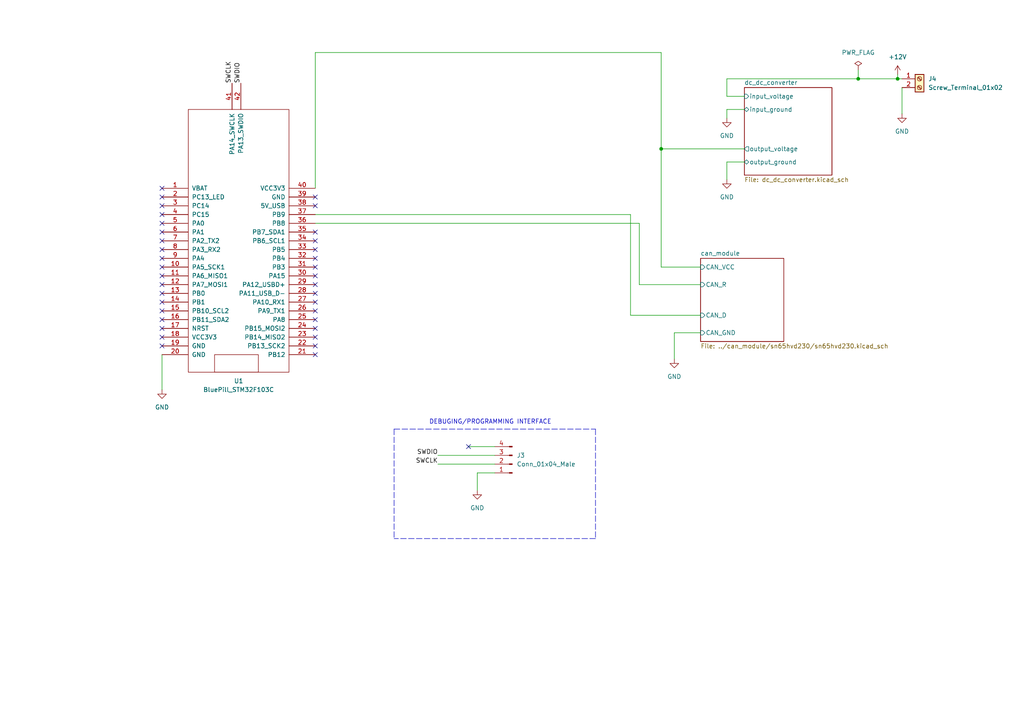
<source format=kicad_sch>
(kicad_sch (version 20211123) (generator eeschema)
  (paper "A4")
  (title_block (title "PDA_sensor_module") (date "2023-11-16") (rev "0.0.1") (company "None") (comment 1 "First revision of data logging sensor module"))
  (lib_symbols
    (symbol "Connector:Conn_01x04_Male" (pin_names (offset 1.016) hide)
      (property "Reference" "J" (at 0 5.08 0))
      (property "Value" "Conn_01x04_Male" (at 0 -7.62 0))
      (symbol "Conn_01x04_Male_1_1"
        (polyline (pts (xy 1.27 -5.08) (xy 0.8636 -5.08)) (stroke (width 0.1524)))
        (polyline (pts (xy 1.27 -2.54) (xy 0.8636 -2.54)) (stroke (width 0.1524)))
        (polyline (pts (xy 1.27 0) (xy 0.8636 0)) (stroke (width 0.1524)))
        (polyline (pts (xy 1.27 2.54) (xy 0.8636 2.54)) (stroke (width 0.1524)))
        (rectangle (start 0.8636 -4.953) (end 0 -5.207) (stroke (width 0.1524)) (fill (type outline)))
        (rectangle (start 0.8636 -2.413) (end 0 -2.667) (stroke (width 0.1524)) (fill (type outline)))
        (rectangle (start 0.8636 0.127) (end 0 -0.127) (stroke (width 0.1524)) (fill (type outline)))
        (rectangle (start 0.8636 2.667) (end 0 2.413) (stroke (width 0.1524)) (fill (type outline)))
        (pin passive line (at 5.08 2.54 180) (length 3.81) (name "Pin_1") (number "1"))
        (pin passive line (at 5.08 0 180) (length 3.81) (name "Pin_2") (number "2"))
        (pin passive line (at 5.08 -2.54 180) (length 3.81) (name "Pin_3") (number "3"))
        (pin passive line (at 5.08 -5.08 180) (length 3.81) (name "Pin_4") (number "4"))
      )
    )
    (symbol "Connector:Screw_Terminal_01x02" (pin_names (offset 1.016) hide)
      (property "Reference" "J" (at 0 2.54 0))
      (property "Value" "Screw_Terminal_01x02" (at 0 -5.08 0))
      (symbol "Screw_Terminal_01x02_1_1"
        (rectangle (start -1.27 1.27) (end 1.27 -3.81) (stroke (width 0.254)) (fill (type background)))
        (circle (center 0 -2.54) (radius 0.635) (stroke (width 0.1524)))
        (polyline (pts (xy -0.5334 -2.2098) (xy 0.3302 -3.048)) (stroke (width 0.1524)))
        (polyline (pts (xy -0.5334 0.3302) (xy 0.3302 -0.508)) (stroke (width 0.1524)))
        (polyline (pts (xy -0.3556 -2.032) (xy 0.508 -2.8702)) (stroke (width 0.1524)))
        (polyline (pts (xy -0.3556 0.508) (xy 0.508 -0.3302)) (stroke (width 0.1524)))
        (circle (center 0 0) (radius 0.635) (stroke (width 0.1524)))
        (pin passive line (at -5.08 0 0) (length 3.81) (name "Pin_1") (number "1"))
        (pin passive line (at -5.08 -2.54 0) (length 3.81) (name "Pin_2") (number "2"))
      )
    )
    (symbol "bluepill_breakouts:BluePill_STM32F103C" (pin_names (offset 1.016))
      (property "Reference" "U" (at -11.43 -34.29 0))
      (property "Value" "BluePill_STM32F103C" (at 1.27 21.59 0))
      (symbol "BluePill_STM32F103C_0_1"
        (rectangle (start -6.35 -35.56) (end 6.35 -30.48))
      )
      (symbol "BluePill_STM32F103C_1_0"
        (rectangle (start -13.97 -35.56) (end 15.24 40.64))
      )
      (symbol "BluePill_STM32F103C_1_1"
        (pin power_in line (at -21.59 17.78 0) (length 7.62) (name "VBAT") (number "1"))
        (pin bidirectional line (at -21.59 -5.08 0) (length 7.62) (name "PA5_SCK1") (number "10"))
        (pin bidirectional line (at -21.59 -7.62 0) (length 7.62) (name "PA6_MISO1") (number "11"))
        (pin bidirectional line (at -21.59 -10.16 0) (length 7.62) (name "PA7_MOSI1") (number "12"))
        (pin bidirectional line (at -21.59 -12.7 0) (length 7.62) (name "PB0") (number "13"))
        (pin bidirectional line (at -21.59 -15.24 0) (length 7.62) (name "PB1") (number "14"))
        (pin bidirectional line (at -21.59 -17.78 0) (length 7.62) (name "PB10_SCL2") (number "15"))
        (pin bidirectional line (at -21.59 -20.32 0) (length 7.62) (name "PB11_SDA2") (number "16"))
        (pin input line (at -21.59 -22.86 0) (length 7.62) (name "NRST") (number "17"))
        (pin bidirectional line (at -21.59 -25.4 0) (length 7.62) (name "VCC3V3") (number "18"))
        (pin power_in line (at -21.59 -27.94 0) (length 7.62) (name "GND") (number "19"))
        (pin bidirectional line (at -21.59 15.24 0) (length 7.62) (name "PC13_LED") (number "2"))
        (pin power_in line (at -21.59 -30.48 0) (length 7.62) (name "GND") (number "20"))
        (pin bidirectional line (at 22.86 -30.48 180) (length 7.62) (name "PB12") (number "21"))
        (pin bidirectional line (at 22.86 -27.94 180) (length 7.62) (name "PB13_SCK2") (number "22"))
        (pin bidirectional line (at 22.86 -25.4 180) (length 7.62) (name "PB14_MISO2") (number "23"))
        (pin bidirectional line (at 22.86 -22.86 180) (length 7.62) (name "PB15_MOSI2") (number "24"))
        (pin bidirectional line (at 22.86 -20.32 180) (length 7.62) (name "PA8") (number "25"))
        (pin bidirectional line (at 22.86 -17.78 180) (length 7.62) (name "PA9_TX1") (number "26"))
        (pin bidirectional line (at 22.86 -15.24 180) (length 7.62) (name "PA10_RX1") (number "27"))
        (pin bidirectional line (at 22.86 -12.7 180) (length 7.62) (name "PA11_USB_D-") (number "28"))
        (pin bidirectional line (at 22.86 -10.16 180) (length 7.62) (name "PA12_USBD+") (number "29"))
        (pin bidirectional line (at -21.59 12.7 0) (length 7.62) (name "PC14") (number "3"))
        (pin bidirectional line (at 22.86 -7.62 180) (length 7.62) (name "PA15") (number "30"))
        (pin bidirectional line (at 22.86 -5.08 180) (length 7.62) (name "PB3") (number "31"))
        (pin bidirectional line (at 22.86 -2.54 180) (length 7.62) (name "PB4") (number "32"))
        (pin bidirectional line (at 22.86 0 180) (length 7.62) (name "PB5") (number "33"))
        (pin bidirectional line (at 22.86 2.54 180) (length 7.62) (name "PB6_SCL1") (number "34"))
        (pin bidirectional line (at 22.86 5.08 180) (length 7.62) (name "PB7_SDA1") (number "35"))
        (pin bidirectional line (at 22.86 7.62 180) (length 7.62) (name "PB8") (number "36"))
        (pin bidirectional line (at 22.86 10.16 180) (length 7.62) (name "PB9") (number "37"))
        (pin bidirectional line (at 22.86 12.7 180) (length 7.62) (name "5V_USB") (number "38"))
        (pin power_in line (at 22.86 15.24 180) (length 7.62) (name "GND") (number "39"))
        (pin bidirectional line (at -21.59 10.16 0) (length 7.62) (name "PC15") (number "4"))
        (pin bidirectional line (at 22.86 17.78 180) (length 7.62) (name "VCC3V3") (number "40"))
        (pin bidirectional line (at -1.27 48.26 270) (length 7.62) (name "PA14_SWCLK") (number "41"))
        (pin bidirectional line (at 1.27 48.26 270) (length 7.62) (name "PA13_SWDIO") (number "42"))
        (pin bidirectional line (at -21.59 7.62 0) (length 7.62) (name "PA0") (number "5"))
        (pin bidirectional line (at -21.59 5.08 0) (length 7.62) (name "PA1") (number "6"))
        (pin bidirectional line (at -21.59 2.54 0) (length 7.62) (name "PA2_TX2") (number "7"))
        (pin bidirectional line (at -21.59 0 0) (length 7.62) (name "PA3_RX2") (number "8"))
        (pin bidirectional line (at -21.59 -2.54 0) (length 7.62) (name "PA4") (number "9"))
      )
    )
    (symbol "power:+12V" (power) (pin_names (offset 0))
      (property "Value" "+12V" (at 0 3.556 0))
      (symbol "+12V_0_1"
        (polyline (pts (xy -0.762 1.27) (xy 0 2.54)))
        (polyline (pts (xy 0 0) (xy 0 2.54)))
        (polyline (pts (xy 0 2.54) (xy 0.762 1.27)))
      )
      (symbol "+12V_1_1"
        (pin power_in line (at 0 0 90) (length 0) hide (name "+12V") (number "1"))
      )
    )
    (symbol "power:GND" (power) (pin_names (offset 0))
      (property "Value" "GND" (at 0 -3.81 0))
      (symbol "GND_0_1"
        (polyline (pts (xy 0 0) (xy 0 -1.27) (xy 1.27 -1.27) (xy 0 -2.54) (xy -1.27 -1.27) (xy 0 -1.27)))
      )
      (symbol "GND_1_1"
        (pin power_in line (at 0 0 270) (length 0) hide (name "GND") (number "1"))
      )
    )
    (symbol "power:PWR_FLAG" (power) (pin_numbers hide) (pin_names (offset 0) hide)
      (property "Value" "PWR_FLAG" (at 0 3.81 0))
      (symbol "PWR_FLAG_0_0"
        (pin power_out line (at 0 0 90) (length 0) (name "pwr") (number "1"))
      )
      (symbol "PWR_FLAG_0_1"
        (polyline (pts (xy 0 0) (xy 0 1.27) (xy -1.016 1.905) (xy 0 2.54) (xy 1.016 1.905) (xy 0 1.27)))
      )
    )
  )
  (junction (at 191.77 43.18))
  (junction (at 248.92 22.86))
  (junction (at 260.35 22.86))
  (no_connect (at 46.99 87.63))
  (no_connect (at 46.99 85.09))
  (no_connect (at 46.99 95.25))
  (no_connect (at 46.99 92.71))
  (no_connect (at 46.99 90.17))
  (no_connect (at 91.44 102.87))
  (no_connect (at 91.44 100.33))
  (no_connect (at 91.44 97.79))
  (no_connect (at 91.44 95.25))
  (no_connect (at 91.44 92.71))
  (no_connect (at 91.44 90.17))
  (no_connect (at 91.44 87.63))
  (no_connect (at 91.44 85.09))
  (no_connect (at 46.99 100.33))
  (no_connect (at 46.99 97.79))
  (no_connect (at 91.44 77.47))
  (no_connect (at 91.44 74.93))
  (no_connect (at 91.44 72.39))
  (no_connect (at 91.44 69.85))
  (no_connect (at 91.44 80.01))
  (no_connect (at 46.99 80.01))
  (no_connect (at 46.99 82.55))
  (no_connect (at 46.99 77.47))
  (no_connect (at 46.99 74.93))
  (no_connect (at 46.99 72.39))
  (no_connect (at 91.44 67.31))
  (no_connect (at 91.44 59.69))
  (no_connect (at 91.44 82.55))
  (no_connect (at 91.44 57.15))
  (no_connect (at 46.99 69.85))
  (no_connect (at 46.99 67.31))
  (no_connect (at 46.99 64.77))
  (no_connect (at 46.99 62.23))
  (no_connect (at 46.99 59.69))
  (no_connect (at 46.99 57.15))
  (no_connect (at 46.99 54.61))
  (no_connect (at 135.89 129.54))
  (polyline (pts (xy 114.3 124.46) (xy 172.72 124.46)))
  (wire (pts (xy 203.2 77.47) (xy 191.77 77.47)))
  (wire (pts (xy 210.82 27.94) (xy 215.9 27.94)))
  (wire (pts (xy 191.77 15.24) (xy 91.44 15.24)))
  (polyline (pts (xy 114.3 124.46) (xy 114.3 156.21)))
  (wire (pts (xy 215.9 46.99) (xy 210.82 46.99)))
  (wire (pts (xy 91.44 15.24) (xy 91.44 54.61)))
  (wire (pts (xy 260.35 21.59) (xy 260.35 22.86)))
  (wire (pts (xy 182.88 62.23) (xy 182.88 91.44)))
  (wire (pts (xy 191.77 15.24) (xy 191.77 43.18)))
  (wire (pts (xy 260.35 22.86) (xy 248.92 22.86)))
  (wire (pts (xy 195.58 96.52) (xy 195.58 104.14)))
  (wire (pts (xy 127 132.08) (xy 143.51 132.08)))
  (wire (pts (xy 135.89 129.54) (xy 143.51 129.54)))
  (wire (pts (xy 91.44 62.23) (xy 182.88 62.23)))
  (wire (pts (xy 203.2 96.52) (xy 195.58 96.52)))
  (wire (pts (xy 138.43 137.16) (xy 138.43 142.24)))
  (wire (pts (xy 191.77 43.18) (xy 191.77 77.47)))
  (wire (pts (xy 182.88 91.44) (xy 203.2 91.44)))
  (wire (pts (xy 185.42 64.77) (xy 185.42 82.55)))
  (wire (pts (xy 127 134.62) (xy 143.51 134.62)))
  (wire (pts (xy 210.82 46.99) (xy 210.82 52.07)))
  (wire (pts (xy 215.9 31.75) (xy 210.82 31.75)))
  (wire (pts (xy 191.77 43.18) (xy 215.9 43.18)))
  (wire (pts (xy 248.92 20.32) (xy 248.92 22.86)))
  (wire (pts (xy 261.62 22.86) (xy 260.35 22.86)))
  (wire (pts (xy 143.51 137.16) (xy 138.43 137.16)))
  (wire (pts (xy 210.82 22.86) (xy 210.82 27.94)))
  (wire (pts (xy 261.62 25.4) (xy 261.62 33.02)))
  (polyline (pts (xy 172.72 124.46) (xy 172.72 156.21)))
  (polyline (pts (xy 172.72 156.21) (xy 114.3 156.21)))
  (wire (pts (xy 46.99 102.87) (xy 46.99 113.03)))
  (wire (pts (xy 91.44 64.77) (xy 185.42 64.77)))
  (wire (pts (xy 185.42 82.55) (xy 203.2 82.55)))
  (wire (pts (xy 248.92 22.86) (xy 210.82 22.86)))
  (wire (pts (xy 210.82 31.75) (xy 210.82 34.29)))
  (text "DEBUGING/PROGRAMMING INTERFACE" (at 124.46 123.19 0) (effects (font (size 1.27 1.27)) (justify left bottom)))
  (label "SWCLK" (at 67.31 24.13 90))
  (label "SWDIO" (at 69.85 24.13 90))
  (label "SWCLK" (at 127 134.62 180))
  (label "SWDIO" (at 127 132.08 180))
  (symbol (lib_id "Connector:Screw_Terminal_01x02") (at 266.7 22.86 0) (unit 1)
    (property "Reference" "J4" (at 269.24 22.8599 0) (effects (justify left)))
    (property "Value" "Screw_Terminal_01x02" (at 269.24 25.3999 0) (effects (justify left)))
  )
  (symbol (lib_id "power:PWR_FLAG") (at 248.92 20.32 0) (unit 1)
    (property "Reference" "#FLG0101" (effects hide))
    (property "Value" "PWR_FLAG" (at 248.92 15.24 0))
  )
  (symbol (lib_id "power:GND") (at 210.82 34.29 0) (unit 1)
    (property "Reference" "#PWR0108" (effects hide))
    (property "Value" "GND" (at 210.82 39.37 0))
  )
  (symbol (lib_id "bluepill_breakouts:BluePill_STM32F103C") (at 68.58 72.39 0) (unit 1)
    (property "Reference" "U1" (at 69.215 110.49 0))
    (property "Value" "BluePill_STM32F103C" (at 69.215 113.03 0))
    (property "Footprint" "BluePill_breakouts:BluePill_STM32F103C" (effects hide))
    (property "Datasheet" "www.rogerclark.net" (effects hide))
  )
  (symbol (lib_id "power:GND") (at 195.58 104.14 0) (unit 1)
    (property "Reference" "#PWR0107" (effects hide))
    (property "Value" "GND" (at 195.58 109.22 0))
  )
  (symbol (lib_id "power:+12V") (at 260.35 21.59 0) (unit 1)
    (property "Reference" "#PWR0114" (effects hide))
    (property "Value" "+12V" (at 260.35 16.51 0))
  )
  (symbol (lib_id "power:GND") (at 261.62 33.02 0) (unit 1)
    (property "Reference" "#PWR0112" (effects hide))
    (property "Value" "GND" (at 261.62 38.1 0))
  )
  (symbol (lib_id "power:GND") (at 138.43 142.24 0) (unit 1)
    (property "Reference" "#PWR0111" (effects hide))
    (property "Value" "GND" (at 138.43 147.32 0))
  )
  (symbol (lib_id "Connector:Conn_01x04_Male") (at 148.59 134.62 180) (unit 1)
    (property "Reference" "J3" (at 149.86 132.0799 0) (effects (justify right)))
    (property "Value" "Conn_01x04_Male" (at 149.86 134.6199 0) (effects (justify right)))
  )
  (symbol (lib_id "power:GND") (at 46.99 113.03 0) (unit 1)
    (property "Reference" "#PWR0109" (effects hide))
    (property "Value" "GND" (at 46.99 118.11 0))
  )
  (symbol (lib_id "power:GND") (at 210.82 52.07 0) (unit 1)
    (property "Reference" "#PWR0106" (effects hide))
    (property "Value" "GND" (at 210.82 57.15 0))
  )
  (sheet (at 203.2 74.93) (size 24.13 24.13) (stroke (width 0.1524))
    (property "Sheet name" "can_module" (at 203.2 74.2184 0) (effects (justify left bottom)))
    (property "Sheet file" "../can_module/sn65hvd230/sn65hvd230.kicad_sch" (at 203.2 99.6446 0) (effects (justify left top)))
    (pin "CAN_GND" input (at 203.2 96.52 180))
    (pin "CAN_VCC" input (at 203.2 77.47 180))
    (pin "CAN_R" input (at 203.2 82.55 180))
    (pin "CAN_D" input (at 203.2 91.44 180))
  )
  (sheet (at 215.9 25.4) (size 25.4 25.4) (stroke (width 0.1524))
    (property "Sheet name" "dc_dc_converter" (at 215.9 24.6884 0) (effects (justify left bottom)))
    (property "Sheet file" "dc_dc_converter.kicad_sch" (at 215.9 51.3846 0) (effects (justify left top)))
    (pin "output_voltage" output (at 215.9 43.18 180))
    (pin "output_ground" bidirectional (at 215.9 46.99 180))
    (pin "input_voltage" input (at 215.9 27.94 180))
    (pin "input_ground" bidirectional (at 215.9 31.75 180))
  )
)
</source>
